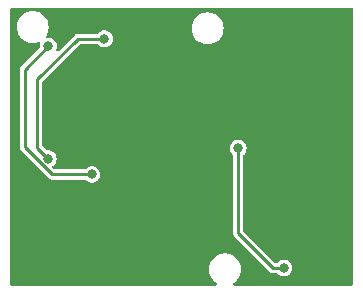
<source format=gbr>
%TF.GenerationSoftware,KiCad,Pcbnew,7.0.5*%
%TF.CreationDate,2023-08-01T01:52:26-05:00*%
%TF.ProjectId,psxpress-pms,70737870-7265-4737-932d-706d732e6b69,rev?*%
%TF.SameCoordinates,Original*%
%TF.FileFunction,Copper,L2,Bot*%
%TF.FilePolarity,Positive*%
%FSLAX46Y46*%
G04 Gerber Fmt 4.6, Leading zero omitted, Abs format (unit mm)*
G04 Created by KiCad (PCBNEW 7.0.5) date 2023-08-01 01:52:26*
%MOMM*%
%LPD*%
G01*
G04 APERTURE LIST*
%TA.AperFunction,ViaPad*%
%ADD10C,0.820000*%
%TD*%
%TA.AperFunction,Conductor*%
%ADD11C,0.250000*%
%TD*%
G04 APERTURE END LIST*
D10*
%TO.N,GND*%
X182450000Y-70225000D03*
X159325000Y-75525000D03*
X178566252Y-72595652D03*
X182450000Y-65250000D03*
X163800000Y-68825000D03*
X173925000Y-72250000D03*
X172275000Y-59150000D03*
X173050000Y-62675000D03*
X173950000Y-62675000D03*
X158425000Y-79850000D03*
X162800000Y-66875000D03*
X164775000Y-57550000D03*
X163500000Y-76425000D03*
X183350000Y-66150000D03*
X176150000Y-76250000D03*
X176400000Y-57900000D03*
X164750000Y-68825000D03*
X171375000Y-59150000D03*
X162800000Y-67850000D03*
X173950000Y-61775000D03*
X183350000Y-71125000D03*
X183350000Y-68625000D03*
X158150000Y-63625000D03*
X182450000Y-67725000D03*
X173050000Y-61775000D03*
X183350000Y-65250000D03*
X172275000Y-60050000D03*
X163525000Y-79850000D03*
X163800000Y-66900000D03*
X171475000Y-77100000D03*
X163300000Y-58700000D03*
X164775000Y-58675000D03*
X176375000Y-59650000D03*
X186150000Y-73050000D03*
X170575000Y-77100000D03*
X163500000Y-75525000D03*
X186150000Y-76575000D03*
X168400000Y-72825000D03*
X162800000Y-68825000D03*
X168400000Y-73725000D03*
X167500000Y-72825000D03*
X166325000Y-66150000D03*
X161850000Y-57525000D03*
X167500000Y-73725000D03*
X178000000Y-78975000D03*
X158525000Y-60325000D03*
X164600000Y-72675000D03*
X173025000Y-72250000D03*
X182450000Y-68625000D03*
X164425000Y-79850000D03*
X183350000Y-67725000D03*
X176150000Y-77150000D03*
X171475000Y-76200000D03*
X171375000Y-60050000D03*
X178000000Y-79875000D03*
X164750000Y-66875000D03*
X183350000Y-70225000D03*
X171375000Y-59150000D03*
X159325000Y-76425000D03*
X163800000Y-67850000D03*
X186150000Y-75675000D03*
X182450000Y-71125000D03*
X173925000Y-71350000D03*
X164400000Y-75525000D03*
X182450000Y-66150000D03*
X164750000Y-67850000D03*
X159325000Y-79850000D03*
X186150000Y-73950000D03*
X161850000Y-58650000D03*
X164400000Y-76425000D03*
X163300000Y-57525000D03*
X170575000Y-76200000D03*
X175250000Y-76250000D03*
X158425000Y-76425000D03*
X173050000Y-61775000D03*
X173025000Y-71350000D03*
X158425000Y-75525000D03*
X175250000Y-77150000D03*
%TO.N,STAT*%
X160937500Y-69737500D03*
X165700000Y-59575000D03*
%TO.N,Net-(IC1-TS)*%
X164646252Y-71073748D03*
X160950000Y-60225000D03*
%TO.N,+3.5V*%
X177025000Y-68850000D03*
X180900000Y-79000000D03*
%TD*%
D11*
%TO.N,STAT*%
X160937500Y-69737500D02*
X160025000Y-68825000D01*
X160025000Y-68825000D02*
X160025000Y-63000000D01*
X163450000Y-59575000D02*
X165700000Y-59575000D01*
X160025000Y-63000000D02*
X163450000Y-59575000D01*
%TO.N,Net-(IC1-TS)*%
X160950000Y-60225000D02*
X158946252Y-62228748D01*
X161271252Y-71073748D02*
X164646252Y-71073748D01*
X158946252Y-68748748D02*
X161271252Y-71073748D01*
X158946252Y-62228748D02*
X158946252Y-68748748D01*
%TO.N,+3.5V*%
X177025000Y-76057496D02*
X179967504Y-79000000D01*
X179967504Y-79000000D02*
X180900000Y-79000000D01*
X177025000Y-68850000D02*
X177025000Y-76057496D01*
%TD*%
%TA.AperFunction,Conductor*%
%TO.N,GND*%
G36*
X186709191Y-56993933D02*
G01*
X186754946Y-57046737D01*
X186766152Y-57098248D01*
X186766152Y-80349248D01*
X186746467Y-80416287D01*
X186693663Y-80462042D01*
X186642152Y-80473248D01*
X176706065Y-80473248D01*
X176639026Y-80453563D01*
X176593271Y-80400759D01*
X176583327Y-80331601D01*
X176612352Y-80268045D01*
X176634942Y-80247673D01*
X176792654Y-80137242D01*
X176792654Y-80137241D01*
X176959747Y-79970149D01*
X177095287Y-79776578D01*
X177195155Y-79562411D01*
X177256315Y-79334156D01*
X177276911Y-79098748D01*
X177256315Y-78863340D01*
X177195155Y-78635085D01*
X177095287Y-78420919D01*
X177095286Y-78420917D01*
X176959746Y-78227345D01*
X176792654Y-78060253D01*
X176599082Y-77924713D01*
X176599080Y-77924712D01*
X176491998Y-77874779D01*
X176384915Y-77824845D01*
X176384911Y-77824844D01*
X176384907Y-77824842D01*
X176156665Y-77763686D01*
X176156655Y-77763684D01*
X175980219Y-77748248D01*
X175980218Y-77748248D01*
X175862286Y-77748248D01*
X175862285Y-77748248D01*
X175685848Y-77763684D01*
X175685838Y-77763686D01*
X175457596Y-77824842D01*
X175457587Y-77824846D01*
X175243423Y-77924712D01*
X175243421Y-77924713D01*
X175049849Y-78060253D01*
X174882758Y-78227345D01*
X174882753Y-78227352D01*
X174747219Y-78420913D01*
X174747217Y-78420917D01*
X174647350Y-78635083D01*
X174647346Y-78635092D01*
X174586190Y-78863334D01*
X174586188Y-78863344D01*
X174565593Y-79098747D01*
X174565593Y-79098748D01*
X174586188Y-79334151D01*
X174586190Y-79334161D01*
X174647346Y-79562403D01*
X174647348Y-79562407D01*
X174647349Y-79562411D01*
X174659759Y-79589024D01*
X174747216Y-79776576D01*
X174747217Y-79776578D01*
X174882757Y-79970150D01*
X175049848Y-80137241D01*
X175207562Y-80247673D01*
X175251187Y-80302250D01*
X175258381Y-80371748D01*
X175226858Y-80434103D01*
X175166629Y-80469517D01*
X175136439Y-80473248D01*
X157840752Y-80473248D01*
X157773713Y-80453563D01*
X157727958Y-80400759D01*
X157716752Y-80349248D01*
X157716752Y-58575000D01*
X158269341Y-58575000D01*
X158289936Y-58810403D01*
X158289938Y-58810413D01*
X158351094Y-59038655D01*
X158351096Y-59038659D01*
X158351097Y-59038663D01*
X158398323Y-59139938D01*
X158450964Y-59252828D01*
X158450965Y-59252830D01*
X158586505Y-59446402D01*
X158753597Y-59613494D01*
X158947169Y-59749034D01*
X158947171Y-59749035D01*
X159161337Y-59848903D01*
X159389592Y-59910063D01*
X159566032Y-59925499D01*
X159566033Y-59925500D01*
X159566034Y-59925500D01*
X159683967Y-59925500D01*
X159683967Y-59925499D01*
X159860408Y-59910063D01*
X160088663Y-59848903D01*
X160108643Y-59839585D01*
X160177720Y-59829093D01*
X160241504Y-59857611D01*
X160279745Y-59916087D01*
X160280300Y-59985955D01*
X160276991Y-59995937D01*
X160255079Y-60053713D01*
X160255079Y-60053715D01*
X160234282Y-60224999D01*
X160234282Y-60225000D01*
X160239344Y-60266695D01*
X160227883Y-60335618D01*
X160203929Y-60369321D01*
X158675591Y-61897660D01*
X158597724Y-61975526D01*
X158586762Y-61997041D01*
X158576598Y-62013626D01*
X158562404Y-62033162D01*
X158562403Y-62033165D01*
X158554940Y-62056133D01*
X158547495Y-62074106D01*
X158536532Y-62095621D01*
X158532755Y-62119470D01*
X158528214Y-62138387D01*
X158520752Y-62161352D01*
X158520752Y-68816142D01*
X158528214Y-68839106D01*
X158532755Y-68858021D01*
X158535722Y-68876758D01*
X158536533Y-68881875D01*
X158547495Y-68903389D01*
X158554940Y-68921363D01*
X158562402Y-68944328D01*
X158576592Y-68963858D01*
X158586760Y-68980451D01*
X158597722Y-69001966D01*
X158621698Y-69025942D01*
X160905282Y-71309525D01*
X160905283Y-71309527D01*
X160922724Y-71326968D01*
X161018032Y-71422276D01*
X161039546Y-71433238D01*
X161056136Y-71443404D01*
X161075672Y-71457598D01*
X161098635Y-71465059D01*
X161116611Y-71472504D01*
X161138126Y-71483467D01*
X161161980Y-71487244D01*
X161180891Y-71491784D01*
X161203859Y-71499248D01*
X161237764Y-71499248D01*
X164011551Y-71499248D01*
X164078590Y-71518933D01*
X164104326Y-71543830D01*
X164105555Y-71542743D01*
X164110524Y-71548352D01*
X164110527Y-71548355D01*
X164110529Y-71548357D01*
X164239678Y-71662772D01*
X164392455Y-71742956D01*
X164392457Y-71742956D01*
X164392458Y-71742957D01*
X164559981Y-71784248D01*
X164559982Y-71784248D01*
X164732523Y-71784248D01*
X164900045Y-71742957D01*
X164900045Y-71742956D01*
X164900049Y-71742956D01*
X165052826Y-71662772D01*
X165181975Y-71548357D01*
X165279989Y-71406359D01*
X165341173Y-71245031D01*
X165361970Y-71073748D01*
X165341173Y-70902465D01*
X165279989Y-70741137D01*
X165181975Y-70599139D01*
X165052826Y-70484724D01*
X164900049Y-70404540D01*
X164900048Y-70404539D01*
X164900045Y-70404538D01*
X164732523Y-70363248D01*
X164732522Y-70363248D01*
X164559982Y-70363248D01*
X164559981Y-70363248D01*
X164392458Y-70404538D01*
X164239677Y-70484724D01*
X164110524Y-70599143D01*
X164105555Y-70604753D01*
X164103468Y-70602904D01*
X164059301Y-70638686D01*
X164011551Y-70648248D01*
X161498862Y-70648248D01*
X161431823Y-70628563D01*
X161411181Y-70611929D01*
X161320075Y-70520823D01*
X161286590Y-70459500D01*
X161291574Y-70389808D01*
X161333446Y-70333875D01*
X161338033Y-70330979D01*
X161337900Y-70330786D01*
X161344069Y-70326527D01*
X161344070Y-70326526D01*
X161344074Y-70326524D01*
X161473223Y-70212109D01*
X161571237Y-70070111D01*
X161632421Y-69908783D01*
X161653218Y-69737500D01*
X161632421Y-69566217D01*
X161571237Y-69404889D01*
X161473223Y-69262891D01*
X161344074Y-69148476D01*
X161191297Y-69068292D01*
X161191296Y-69068291D01*
X161191293Y-69068290D01*
X161023771Y-69027000D01*
X161023770Y-69027000D01*
X160880110Y-69027000D01*
X160813071Y-69007315D01*
X160792429Y-68990681D01*
X160651747Y-68849999D01*
X176309282Y-68849999D01*
X176330078Y-69021282D01*
X176347907Y-69068292D01*
X176391263Y-69182611D01*
X176489277Y-69324609D01*
X176557728Y-69385250D01*
X176594853Y-69444438D01*
X176599500Y-69478065D01*
X176599500Y-76124890D01*
X176606962Y-76147854D01*
X176611503Y-76166769D01*
X176614470Y-76185506D01*
X176615281Y-76190623D01*
X176626243Y-76212137D01*
X176633688Y-76230111D01*
X176641150Y-76253076D01*
X176655340Y-76272606D01*
X176665508Y-76289199D01*
X176676470Y-76310714D01*
X176676471Y-76310715D01*
X176676472Y-76310716D01*
X176700446Y-76334690D01*
X179618974Y-79253218D01*
X179618976Y-79253220D01*
X179714284Y-79348528D01*
X179735805Y-79359493D01*
X179752384Y-79369653D01*
X179771923Y-79383849D01*
X179794885Y-79391309D01*
X179812858Y-79398753D01*
X179834378Y-79409719D01*
X179858228Y-79413495D01*
X179877149Y-79418039D01*
X179898993Y-79425136D01*
X179900111Y-79425500D01*
X179934016Y-79425500D01*
X180265299Y-79425500D01*
X180332338Y-79445185D01*
X180358074Y-79470082D01*
X180359303Y-79468995D01*
X180364272Y-79474604D01*
X180364275Y-79474607D01*
X180364277Y-79474609D01*
X180493426Y-79589024D01*
X180646203Y-79669208D01*
X180646205Y-79669208D01*
X180646206Y-79669209D01*
X180813729Y-79710500D01*
X180813730Y-79710500D01*
X180986271Y-79710500D01*
X181153793Y-79669209D01*
X181153793Y-79669208D01*
X181153797Y-79669208D01*
X181306574Y-79589024D01*
X181435723Y-79474609D01*
X181533737Y-79332611D01*
X181594921Y-79171283D01*
X181615718Y-79000000D01*
X181594921Y-78828717D01*
X181533737Y-78667389D01*
X181435723Y-78525391D01*
X181306574Y-78410976D01*
X181153797Y-78330792D01*
X181153796Y-78330791D01*
X181153793Y-78330790D01*
X180986271Y-78289500D01*
X180986270Y-78289500D01*
X180813730Y-78289500D01*
X180813729Y-78289500D01*
X180646206Y-78330790D01*
X180493425Y-78410976D01*
X180364272Y-78525395D01*
X180359303Y-78531005D01*
X180357216Y-78529156D01*
X180313049Y-78564938D01*
X180265299Y-78574500D01*
X180195113Y-78574500D01*
X180128074Y-78554815D01*
X180107432Y-78538181D01*
X177486819Y-75917567D01*
X177453334Y-75856244D01*
X177450500Y-75829886D01*
X177450500Y-69478065D01*
X177470185Y-69411026D01*
X177492270Y-69385252D01*
X177560723Y-69324609D01*
X177658737Y-69182611D01*
X177719921Y-69021283D01*
X177740718Y-68850000D01*
X177719921Y-68678717D01*
X177658737Y-68517389D01*
X177560723Y-68375391D01*
X177431574Y-68260976D01*
X177278797Y-68180792D01*
X177278796Y-68180791D01*
X177278793Y-68180790D01*
X177111271Y-68139500D01*
X177111270Y-68139500D01*
X176938730Y-68139500D01*
X176938729Y-68139500D01*
X176771206Y-68180790D01*
X176618425Y-68260976D01*
X176489276Y-68375392D01*
X176391264Y-68517386D01*
X176330078Y-68678717D01*
X176309282Y-68849999D01*
X160651747Y-68849999D01*
X160640854Y-68839106D01*
X160486819Y-68685070D01*
X160453334Y-68623747D01*
X160450500Y-68597389D01*
X160450500Y-68139500D01*
X160450500Y-63227606D01*
X160470184Y-63160571D01*
X160486813Y-63139934D01*
X163589929Y-60036818D01*
X163651252Y-60003334D01*
X163677610Y-60000500D01*
X165065299Y-60000500D01*
X165132338Y-60020185D01*
X165158074Y-60045082D01*
X165159303Y-60043995D01*
X165164272Y-60049604D01*
X165164275Y-60049607D01*
X165164277Y-60049609D01*
X165293426Y-60164024D01*
X165446203Y-60244208D01*
X165446205Y-60244208D01*
X165446206Y-60244209D01*
X165613729Y-60285500D01*
X165613730Y-60285500D01*
X165786271Y-60285500D01*
X165953793Y-60244209D01*
X165953793Y-60244208D01*
X165953797Y-60244208D01*
X166106574Y-60164024D01*
X166235723Y-60049609D01*
X166333737Y-59907611D01*
X166394921Y-59746283D01*
X166415718Y-59575000D01*
X166394921Y-59403717D01*
X166333737Y-59242389D01*
X166235723Y-59100391D01*
X166106574Y-58985976D01*
X165953797Y-58905792D01*
X165953796Y-58905791D01*
X165953793Y-58905790D01*
X165786271Y-58864500D01*
X165786270Y-58864500D01*
X165613730Y-58864500D01*
X165613729Y-58864500D01*
X165446206Y-58905790D01*
X165293425Y-58985976D01*
X165164272Y-59100395D01*
X165159303Y-59106005D01*
X165157216Y-59104156D01*
X165113049Y-59139938D01*
X165065299Y-59149500D01*
X163382604Y-59149500D01*
X163359639Y-59156962D01*
X163340722Y-59161503D01*
X163316873Y-59165280D01*
X163295358Y-59176243D01*
X163277386Y-59183688D01*
X163254418Y-59191151D01*
X163254413Y-59191153D01*
X163234881Y-59205344D01*
X163218301Y-59215505D01*
X163196780Y-59226471D01*
X163196778Y-59226473D01*
X163114244Y-59309003D01*
X163114218Y-59309033D01*
X161819967Y-60603283D01*
X161758644Y-60636768D01*
X161688952Y-60631784D01*
X161633019Y-60589912D01*
X161608602Y-60524448D01*
X161616344Y-60471632D01*
X161644921Y-60396283D01*
X161665718Y-60225000D01*
X161644921Y-60053717D01*
X161583737Y-59892389D01*
X161485723Y-59750391D01*
X161356574Y-59635976D01*
X161203797Y-59555792D01*
X161203796Y-59555791D01*
X161203793Y-59555790D01*
X161036271Y-59514500D01*
X161036270Y-59514500D01*
X160863730Y-59514500D01*
X160856229Y-59514500D01*
X160856229Y-59511816D01*
X160799781Y-59502405D01*
X160748016Y-59455478D01*
X160729838Y-59388014D01*
X160751020Y-59321433D01*
X160752154Y-59319782D01*
X160799035Y-59252830D01*
X160898903Y-59038663D01*
X160960063Y-58810408D01*
X160969832Y-58698748D01*
X173090593Y-58698748D01*
X173111188Y-58934151D01*
X173111190Y-58934161D01*
X173172346Y-59162403D01*
X173172348Y-59162407D01*
X173172349Y-59162411D01*
X173214512Y-59252829D01*
X173272216Y-59376576D01*
X173272217Y-59376578D01*
X173407757Y-59570150D01*
X173574849Y-59737242D01*
X173768421Y-59872782D01*
X173768423Y-59872783D01*
X173982589Y-59972651D01*
X174210844Y-60033811D01*
X174387284Y-60049247D01*
X174387285Y-60049248D01*
X174387286Y-60049248D01*
X174505219Y-60049248D01*
X174505219Y-60049247D01*
X174681660Y-60033811D01*
X174909915Y-59972651D01*
X175124081Y-59872783D01*
X175317653Y-59737243D01*
X175484747Y-59570149D01*
X175620287Y-59376578D01*
X175720155Y-59162411D01*
X175781315Y-58934156D01*
X175801911Y-58698748D01*
X175781315Y-58463340D01*
X175720155Y-58235085D01*
X175620287Y-58020919D01*
X175620286Y-58020917D01*
X175484746Y-57827345D01*
X175317654Y-57660253D01*
X175124082Y-57524713D01*
X175124080Y-57524712D01*
X175016997Y-57474779D01*
X174909915Y-57424845D01*
X174909911Y-57424844D01*
X174909907Y-57424842D01*
X174681665Y-57363686D01*
X174681655Y-57363684D01*
X174505219Y-57348248D01*
X174505218Y-57348248D01*
X174387286Y-57348248D01*
X174387285Y-57348248D01*
X174210848Y-57363684D01*
X174210838Y-57363686D01*
X173982596Y-57424842D01*
X173982587Y-57424846D01*
X173768423Y-57524712D01*
X173768421Y-57524713D01*
X173574849Y-57660253D01*
X173407758Y-57827345D01*
X173407753Y-57827352D01*
X173272219Y-58020913D01*
X173272217Y-58020917D01*
X173172350Y-58235083D01*
X173172346Y-58235092D01*
X173111190Y-58463334D01*
X173111188Y-58463344D01*
X173090593Y-58698747D01*
X173090593Y-58698748D01*
X160969832Y-58698748D01*
X160980659Y-58575000D01*
X160960063Y-58339592D01*
X160898903Y-58111337D01*
X160799035Y-57897171D01*
X160799034Y-57897169D01*
X160663494Y-57703597D01*
X160496402Y-57536505D01*
X160302830Y-57400965D01*
X160302828Y-57400964D01*
X160189778Y-57348248D01*
X160088663Y-57301097D01*
X160088659Y-57301096D01*
X160088655Y-57301094D01*
X159860413Y-57239938D01*
X159860403Y-57239936D01*
X159683967Y-57224500D01*
X159683966Y-57224500D01*
X159566034Y-57224500D01*
X159566033Y-57224500D01*
X159389596Y-57239936D01*
X159389586Y-57239938D01*
X159161344Y-57301094D01*
X159161335Y-57301098D01*
X158947171Y-57400964D01*
X158947169Y-57400965D01*
X158753597Y-57536505D01*
X158586506Y-57703597D01*
X158586501Y-57703604D01*
X158450967Y-57897165D01*
X158450965Y-57897169D01*
X158351098Y-58111335D01*
X158351094Y-58111344D01*
X158289938Y-58339586D01*
X158289936Y-58339596D01*
X158269341Y-58574999D01*
X158269341Y-58575000D01*
X157716752Y-58575000D01*
X157716752Y-57098248D01*
X157736437Y-57031209D01*
X157789241Y-56985454D01*
X157840752Y-56974248D01*
X186642152Y-56974248D01*
X186709191Y-56993933D01*
G37*
%TD.AperFunction*%
%TD*%
M02*

</source>
